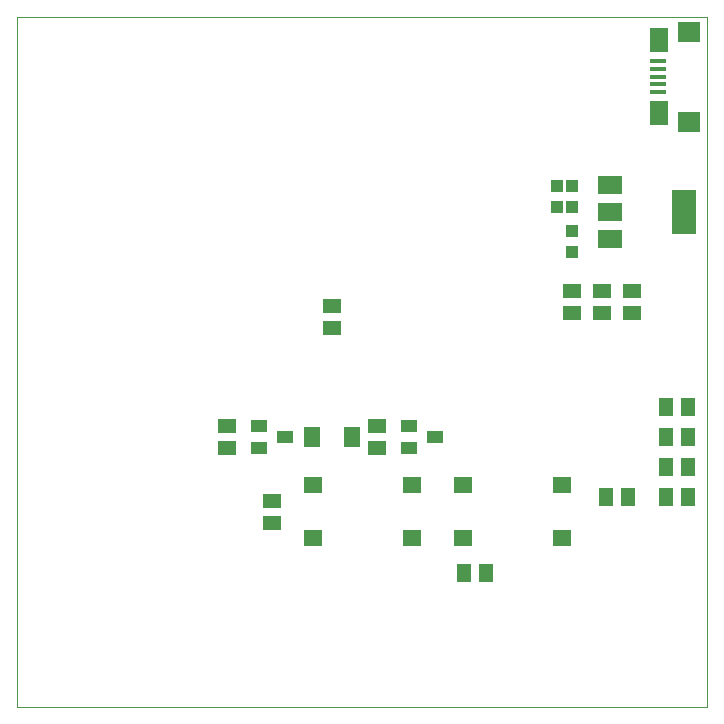
<source format=gtp>
G75*
%MOIN*%
%OFA0B0*%
%FSLAX25Y25*%
%IPPOS*%
%LPD*%
%AMOC8*
5,1,8,0,0,1.08239X$1,22.5*
%
%ADD10C,0.00000*%
%ADD11R,0.05118X0.05906*%
%ADD12R,0.05906X0.05118*%
%ADD13R,0.06299X0.05512*%
%ADD14R,0.05512X0.03937*%
%ADD15R,0.05512X0.07087*%
%ADD16R,0.07900X0.05900*%
%ADD17R,0.07900X0.15000*%
%ADD18R,0.04252X0.04134*%
%ADD19R,0.07480X0.07087*%
%ADD20R,0.06299X0.08268*%
%ADD21R,0.05315X0.01575*%
D10*
X0001500Y0010087D02*
X0001500Y0240087D01*
X0231500Y0240087D01*
X0231500Y0010087D01*
X0001500Y0010087D01*
D11*
X0150260Y0054587D03*
X0157740Y0054587D03*
X0197760Y0080087D03*
X0205240Y0080087D03*
X0217760Y0080087D03*
X0225240Y0080087D03*
X0225240Y0090087D03*
X0217760Y0090087D03*
X0217760Y0100087D03*
X0225240Y0100087D03*
X0225240Y0110087D03*
X0217760Y0110087D03*
D12*
X0206500Y0141346D03*
X0206500Y0148827D03*
X0196500Y0148827D03*
X0196500Y0141346D03*
X0186500Y0141346D03*
X0186500Y0148827D03*
X0121500Y0103827D03*
X0121500Y0096346D03*
X0086500Y0078827D03*
X0086500Y0071346D03*
X0071500Y0096346D03*
X0071500Y0103827D03*
X0106500Y0136346D03*
X0106500Y0143827D03*
D13*
X0099965Y0083945D03*
X0099965Y0066228D03*
X0133035Y0066228D03*
X0149965Y0066228D03*
X0149965Y0083945D03*
X0133035Y0083945D03*
X0183035Y0083945D03*
X0183035Y0066228D03*
D14*
X0140831Y0100087D03*
X0132169Y0103827D03*
X0132169Y0096346D03*
X0090831Y0100087D03*
X0082169Y0103827D03*
X0082169Y0096346D03*
D15*
X0099807Y0100087D03*
X0113193Y0100087D03*
D16*
X0199100Y0165987D03*
X0199100Y0174987D03*
X0199100Y0183987D03*
D17*
X0223900Y0175087D03*
D18*
X0186500Y0176642D03*
X0181500Y0176642D03*
X0181500Y0183531D03*
X0186500Y0183531D03*
X0186500Y0168531D03*
X0186500Y0161642D03*
D19*
X0225500Y0205126D03*
X0225500Y0235047D03*
D20*
X0215461Y0232291D03*
X0215461Y0207882D03*
D21*
X0214969Y0214969D03*
X0214969Y0217528D03*
X0214969Y0220087D03*
X0214969Y0222646D03*
X0214969Y0225205D03*
M02*

</source>
